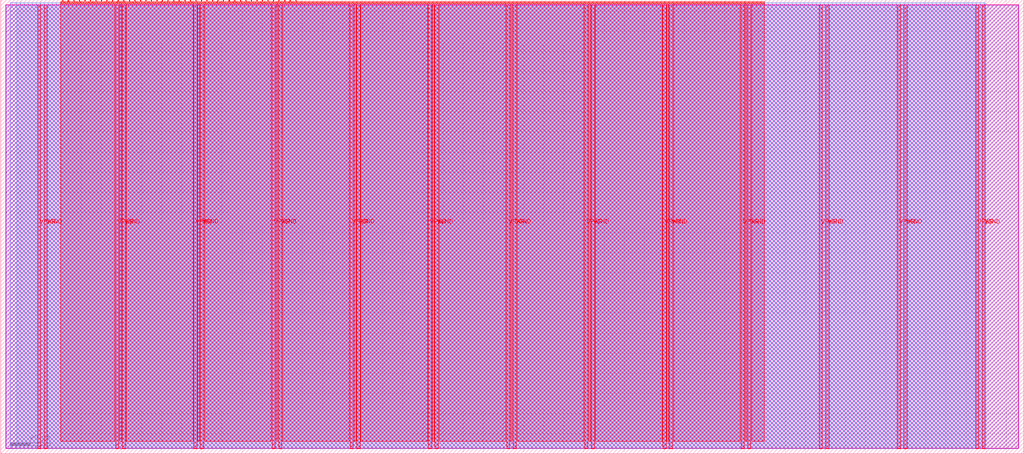
<source format=lef>
VERSION 5.7 ;
  NOWIREEXTENSIONATPIN ON ;
  DIVIDERCHAR "/" ;
  BUSBITCHARS "[]" ;
MACRO tt_um_vga_example
  CLASS BLOCK ;
  FOREIGN tt_um_vga_example ;
  ORIGIN 0.000 0.000 ;
  SIZE 508.760 BY 225.760 ;
  PIN VGND
    DIRECTION INOUT ;
    USE GROUND ;
    PORT
      LAYER met4 ;
        RECT 21.580 2.480 23.180 223.280 ;
    END
    PORT
      LAYER met4 ;
        RECT 60.450 2.480 62.050 223.280 ;
    END
    PORT
      LAYER met4 ;
        RECT 99.320 2.480 100.920 223.280 ;
    END
    PORT
      LAYER met4 ;
        RECT 138.190 2.480 139.790 223.280 ;
    END
    PORT
      LAYER met4 ;
        RECT 177.060 2.480 178.660 223.280 ;
    END
    PORT
      LAYER met4 ;
        RECT 215.930 2.480 217.530 223.280 ;
    END
    PORT
      LAYER met4 ;
        RECT 254.800 2.480 256.400 223.280 ;
    END
    PORT
      LAYER met4 ;
        RECT 293.670 2.480 295.270 223.280 ;
    END
    PORT
      LAYER met4 ;
        RECT 332.540 2.480 334.140 223.280 ;
    END
    PORT
      LAYER met4 ;
        RECT 371.410 2.480 373.010 223.280 ;
    END
    PORT
      LAYER met4 ;
        RECT 410.280 2.480 411.880 223.280 ;
    END
    PORT
      LAYER met4 ;
        RECT 449.150 2.480 450.750 223.280 ;
    END
    PORT
      LAYER met4 ;
        RECT 488.020 2.480 489.620 223.280 ;
    END
  END VGND
  PIN VPWR
    DIRECTION INOUT ;
    USE POWER ;
    PORT
      LAYER met4 ;
        RECT 18.280 2.480 19.880 223.280 ;
    END
    PORT
      LAYER met4 ;
        RECT 57.150 2.480 58.750 223.280 ;
    END
    PORT
      LAYER met4 ;
        RECT 96.020 2.480 97.620 223.280 ;
    END
    PORT
      LAYER met4 ;
        RECT 134.890 2.480 136.490 223.280 ;
    END
    PORT
      LAYER met4 ;
        RECT 173.760 2.480 175.360 223.280 ;
    END
    PORT
      LAYER met4 ;
        RECT 212.630 2.480 214.230 223.280 ;
    END
    PORT
      LAYER met4 ;
        RECT 251.500 2.480 253.100 223.280 ;
    END
    PORT
      LAYER met4 ;
        RECT 290.370 2.480 291.970 223.280 ;
    END
    PORT
      LAYER met4 ;
        RECT 329.240 2.480 330.840 223.280 ;
    END
    PORT
      LAYER met4 ;
        RECT 368.110 2.480 369.710 223.280 ;
    END
    PORT
      LAYER met4 ;
        RECT 406.980 2.480 408.580 223.280 ;
    END
    PORT
      LAYER met4 ;
        RECT 445.850 2.480 447.450 223.280 ;
    END
    PORT
      LAYER met4 ;
        RECT 484.720 2.480 486.320 223.280 ;
    END
  END VPWR
  PIN clk
    DIRECTION INPUT ;
    USE SIGNAL ;
    ANTENNAGATEAREA 0.852000 ;
    PORT
      LAYER met4 ;
        RECT 143.830 224.760 144.130 225.760 ;
    END
  END clk
  PIN ena
    DIRECTION INPUT ;
    USE SIGNAL ;
    PORT
      LAYER met4 ;
        RECT 146.590 224.760 146.890 225.760 ;
    END
  END ena
  PIN rst_n
    DIRECTION INPUT ;
    USE SIGNAL ;
    ANTENNAGATEAREA 0.196500 ;
    PORT
      LAYER met4 ;
        RECT 141.070 224.760 141.370 225.760 ;
    END
  END rst_n
  PIN ui_in[0]
    DIRECTION INPUT ;
    USE SIGNAL ;
    PORT
      LAYER met4 ;
        RECT 138.310 224.760 138.610 225.760 ;
    END
  END ui_in[0]
  PIN ui_in[1]
    DIRECTION INPUT ;
    USE SIGNAL ;
    PORT
      LAYER met4 ;
        RECT 135.550 224.760 135.850 225.760 ;
    END
  END ui_in[1]
  PIN ui_in[2]
    DIRECTION INPUT ;
    USE SIGNAL ;
    PORT
      LAYER met4 ;
        RECT 132.790 224.760 133.090 225.760 ;
    END
  END ui_in[2]
  PIN ui_in[3]
    DIRECTION INPUT ;
    USE SIGNAL ;
    PORT
      LAYER met4 ;
        RECT 130.030 224.760 130.330 225.760 ;
    END
  END ui_in[3]
  PIN ui_in[4]
    DIRECTION INPUT ;
    USE SIGNAL ;
    PORT
      LAYER met4 ;
        RECT 127.270 224.760 127.570 225.760 ;
    END
  END ui_in[4]
  PIN ui_in[5]
    DIRECTION INPUT ;
    USE SIGNAL ;
    PORT
      LAYER met4 ;
        RECT 124.510 224.760 124.810 225.760 ;
    END
  END ui_in[5]
  PIN ui_in[6]
    DIRECTION INPUT ;
    USE SIGNAL ;
    PORT
      LAYER met4 ;
        RECT 121.750 224.760 122.050 225.760 ;
    END
  END ui_in[6]
  PIN ui_in[7]
    DIRECTION INPUT ;
    USE SIGNAL ;
    PORT
      LAYER met4 ;
        RECT 118.990 224.760 119.290 225.760 ;
    END
  END ui_in[7]
  PIN uio_in[0]
    DIRECTION INPUT ;
    USE SIGNAL ;
    PORT
      LAYER met4 ;
        RECT 116.230 224.760 116.530 225.760 ;
    END
  END uio_in[0]
  PIN uio_in[1]
    DIRECTION INPUT ;
    USE SIGNAL ;
    PORT
      LAYER met4 ;
        RECT 113.470 224.760 113.770 225.760 ;
    END
  END uio_in[1]
  PIN uio_in[2]
    DIRECTION INPUT ;
    USE SIGNAL ;
    PORT
      LAYER met4 ;
        RECT 110.710 224.760 111.010 225.760 ;
    END
  END uio_in[2]
  PIN uio_in[3]
    DIRECTION INPUT ;
    USE SIGNAL ;
    PORT
      LAYER met4 ;
        RECT 107.950 224.760 108.250 225.760 ;
    END
  END uio_in[3]
  PIN uio_in[4]
    DIRECTION INPUT ;
    USE SIGNAL ;
    PORT
      LAYER met4 ;
        RECT 105.190 224.760 105.490 225.760 ;
    END
  END uio_in[4]
  PIN uio_in[5]
    DIRECTION INPUT ;
    USE SIGNAL ;
    PORT
      LAYER met4 ;
        RECT 102.430 224.760 102.730 225.760 ;
    END
  END uio_in[5]
  PIN uio_in[6]
    DIRECTION INPUT ;
    USE SIGNAL ;
    PORT
      LAYER met4 ;
        RECT 99.670 224.760 99.970 225.760 ;
    END
  END uio_in[6]
  PIN uio_in[7]
    DIRECTION INPUT ;
    USE SIGNAL ;
    PORT
      LAYER met4 ;
        RECT 96.910 224.760 97.210 225.760 ;
    END
  END uio_in[7]
  PIN uio_oe[0]
    DIRECTION OUTPUT ;
    USE SIGNAL ;
    PORT
      LAYER met4 ;
        RECT 49.990 224.760 50.290 225.760 ;
    END
  END uio_oe[0]
  PIN uio_oe[1]
    DIRECTION OUTPUT ;
    USE SIGNAL ;
    PORT
      LAYER met4 ;
        RECT 47.230 224.760 47.530 225.760 ;
    END
  END uio_oe[1]
  PIN uio_oe[2]
    DIRECTION OUTPUT ;
    USE SIGNAL ;
    PORT
      LAYER met4 ;
        RECT 44.470 224.760 44.770 225.760 ;
    END
  END uio_oe[2]
  PIN uio_oe[3]
    DIRECTION OUTPUT ;
    USE SIGNAL ;
    PORT
      LAYER met4 ;
        RECT 41.710 224.760 42.010 225.760 ;
    END
  END uio_oe[3]
  PIN uio_oe[4]
    DIRECTION OUTPUT ;
    USE SIGNAL ;
    PORT
      LAYER met4 ;
        RECT 38.950 224.760 39.250 225.760 ;
    END
  END uio_oe[4]
  PIN uio_oe[5]
    DIRECTION OUTPUT ;
    USE SIGNAL ;
    PORT
      LAYER met4 ;
        RECT 36.190 224.760 36.490 225.760 ;
    END
  END uio_oe[5]
  PIN uio_oe[6]
    DIRECTION OUTPUT ;
    USE SIGNAL ;
    PORT
      LAYER met4 ;
        RECT 33.430 224.760 33.730 225.760 ;
    END
  END uio_oe[6]
  PIN uio_oe[7]
    DIRECTION OUTPUT ;
    USE SIGNAL ;
    PORT
      LAYER met4 ;
        RECT 30.670 224.760 30.970 225.760 ;
    END
  END uio_oe[7]
  PIN uio_out[0]
    DIRECTION OUTPUT ;
    USE SIGNAL ;
    PORT
      LAYER met4 ;
        RECT 72.070 224.760 72.370 225.760 ;
    END
  END uio_out[0]
  PIN uio_out[1]
    DIRECTION OUTPUT ;
    USE SIGNAL ;
    PORT
      LAYER met4 ;
        RECT 69.310 224.760 69.610 225.760 ;
    END
  END uio_out[1]
  PIN uio_out[2]
    DIRECTION OUTPUT ;
    USE SIGNAL ;
    PORT
      LAYER met4 ;
        RECT 66.550 224.760 66.850 225.760 ;
    END
  END uio_out[2]
  PIN uio_out[3]
    DIRECTION OUTPUT ;
    USE SIGNAL ;
    PORT
      LAYER met4 ;
        RECT 63.790 224.760 64.090 225.760 ;
    END
  END uio_out[3]
  PIN uio_out[4]
    DIRECTION OUTPUT ;
    USE SIGNAL ;
    PORT
      LAYER met4 ;
        RECT 61.030 224.760 61.330 225.760 ;
    END
  END uio_out[4]
  PIN uio_out[5]
    DIRECTION OUTPUT ;
    USE SIGNAL ;
    PORT
      LAYER met4 ;
        RECT 58.270 224.760 58.570 225.760 ;
    END
  END uio_out[5]
  PIN uio_out[6]
    DIRECTION OUTPUT ;
    USE SIGNAL ;
    PORT
      LAYER met4 ;
        RECT 55.510 224.760 55.810 225.760 ;
    END
  END uio_out[6]
  PIN uio_out[7]
    DIRECTION OUTPUT ;
    USE SIGNAL ;
    PORT
      LAYER met4 ;
        RECT 52.750 224.760 53.050 225.760 ;
    END
  END uio_out[7]
  PIN uo_out[0]
    DIRECTION OUTPUT ;
    USE SIGNAL ;
    ANTENNADIFFAREA 1.782000 ;
    PORT
      LAYER met4 ;
        RECT 94.150 224.760 94.450 225.760 ;
    END
  END uo_out[0]
  PIN uo_out[1]
    DIRECTION OUTPUT ;
    USE SIGNAL ;
    ANTENNAGATEAREA 0.742500 ;
    ANTENNADIFFAREA 0.924000 ;
    PORT
      LAYER met4 ;
        RECT 91.390 224.760 91.690 225.760 ;
    END
  END uo_out[1]
  PIN uo_out[2]
    DIRECTION OUTPUT ;
    USE SIGNAL ;
    ANTENNADIFFAREA 1.288000 ;
    PORT
      LAYER met4 ;
        RECT 88.630 224.760 88.930 225.760 ;
    END
  END uo_out[2]
  PIN uo_out[3]
    DIRECTION OUTPUT ;
    USE SIGNAL ;
    ANTENNADIFFAREA 0.445500 ;
    PORT
      LAYER met4 ;
        RECT 85.870 224.760 86.170 225.760 ;
    END
  END uo_out[3]
  PIN uo_out[4]
    DIRECTION OUTPUT ;
    USE SIGNAL ;
    ANTENNADIFFAREA 0.453750 ;
    PORT
      LAYER met4 ;
        RECT 83.110 224.760 83.410 225.760 ;
    END
  END uo_out[4]
  PIN uo_out[5]
    DIRECTION OUTPUT ;
    USE SIGNAL ;
    ANTENNADIFFAREA 0.453750 ;
    PORT
      LAYER met4 ;
        RECT 80.350 224.760 80.650 225.760 ;
    END
  END uo_out[5]
  PIN uo_out[6]
    DIRECTION OUTPUT ;
    USE SIGNAL ;
    ANTENNADIFFAREA 1.288000 ;
    PORT
      LAYER met4 ;
        RECT 77.590 224.760 77.890 225.760 ;
    END
  END uo_out[6]
  PIN uo_out[7]
    DIRECTION OUTPUT ;
    USE SIGNAL ;
    ANTENNADIFFAREA 0.445500 ;
    PORT
      LAYER met4 ;
        RECT 74.830 224.760 75.130 225.760 ;
    END
  END uo_out[7]
  OBS
      LAYER nwell ;
        RECT 2.570 2.635 506.190 223.230 ;
      LAYER li1 ;
        RECT 2.760 2.635 506.000 223.125 ;
      LAYER met1 ;
        RECT 2.760 2.480 506.000 223.280 ;
      LAYER met2 ;
        RECT 4.700 2.535 489.590 224.245 ;
      LAYER met3 ;
        RECT 7.885 2.555 489.610 224.225 ;
      LAYER met4 ;
        RECT 29.735 224.360 30.270 224.760 ;
        RECT 31.370 224.360 33.030 224.760 ;
        RECT 34.130 224.360 35.790 224.760 ;
        RECT 36.890 224.360 38.550 224.760 ;
        RECT 39.650 224.360 41.310 224.760 ;
        RECT 42.410 224.360 44.070 224.760 ;
        RECT 45.170 224.360 46.830 224.760 ;
        RECT 47.930 224.360 49.590 224.760 ;
        RECT 50.690 224.360 52.350 224.760 ;
        RECT 53.450 224.360 55.110 224.760 ;
        RECT 56.210 224.360 57.870 224.760 ;
        RECT 58.970 224.360 60.630 224.760 ;
        RECT 61.730 224.360 63.390 224.760 ;
        RECT 64.490 224.360 66.150 224.760 ;
        RECT 67.250 224.360 68.910 224.760 ;
        RECT 70.010 224.360 71.670 224.760 ;
        RECT 72.770 224.360 74.430 224.760 ;
        RECT 75.530 224.360 77.190 224.760 ;
        RECT 78.290 224.360 79.950 224.760 ;
        RECT 81.050 224.360 82.710 224.760 ;
        RECT 83.810 224.360 85.470 224.760 ;
        RECT 86.570 224.360 88.230 224.760 ;
        RECT 89.330 224.360 90.990 224.760 ;
        RECT 92.090 224.360 93.750 224.760 ;
        RECT 94.850 224.360 96.510 224.760 ;
        RECT 97.610 224.360 99.270 224.760 ;
        RECT 100.370 224.360 102.030 224.760 ;
        RECT 103.130 224.360 104.790 224.760 ;
        RECT 105.890 224.360 107.550 224.760 ;
        RECT 108.650 224.360 110.310 224.760 ;
        RECT 111.410 224.360 113.070 224.760 ;
        RECT 114.170 224.360 115.830 224.760 ;
        RECT 116.930 224.360 118.590 224.760 ;
        RECT 119.690 224.360 121.350 224.760 ;
        RECT 122.450 224.360 124.110 224.760 ;
        RECT 125.210 224.360 126.870 224.760 ;
        RECT 127.970 224.360 129.630 224.760 ;
        RECT 130.730 224.360 132.390 224.760 ;
        RECT 133.490 224.360 135.150 224.760 ;
        RECT 136.250 224.360 137.910 224.760 ;
        RECT 139.010 224.360 140.670 224.760 ;
        RECT 141.770 224.360 143.430 224.760 ;
        RECT 144.530 224.360 146.190 224.760 ;
        RECT 147.290 224.360 379.665 224.760 ;
        RECT 29.735 223.680 379.665 224.360 ;
        RECT 29.735 6.295 56.750 223.680 ;
        RECT 59.150 6.295 60.050 223.680 ;
        RECT 62.450 6.295 95.620 223.680 ;
        RECT 98.020 6.295 98.920 223.680 ;
        RECT 101.320 6.295 134.490 223.680 ;
        RECT 136.890 6.295 137.790 223.680 ;
        RECT 140.190 6.295 173.360 223.680 ;
        RECT 175.760 6.295 176.660 223.680 ;
        RECT 179.060 6.295 212.230 223.680 ;
        RECT 214.630 6.295 215.530 223.680 ;
        RECT 217.930 6.295 251.100 223.680 ;
        RECT 253.500 6.295 254.400 223.680 ;
        RECT 256.800 6.295 289.970 223.680 ;
        RECT 292.370 6.295 293.270 223.680 ;
        RECT 295.670 6.295 328.840 223.680 ;
        RECT 331.240 6.295 332.140 223.680 ;
        RECT 334.540 6.295 367.710 223.680 ;
        RECT 370.110 6.295 371.010 223.680 ;
        RECT 373.410 6.295 379.665 223.680 ;
  END
END tt_um_vga_example
END LIBRARY


</source>
